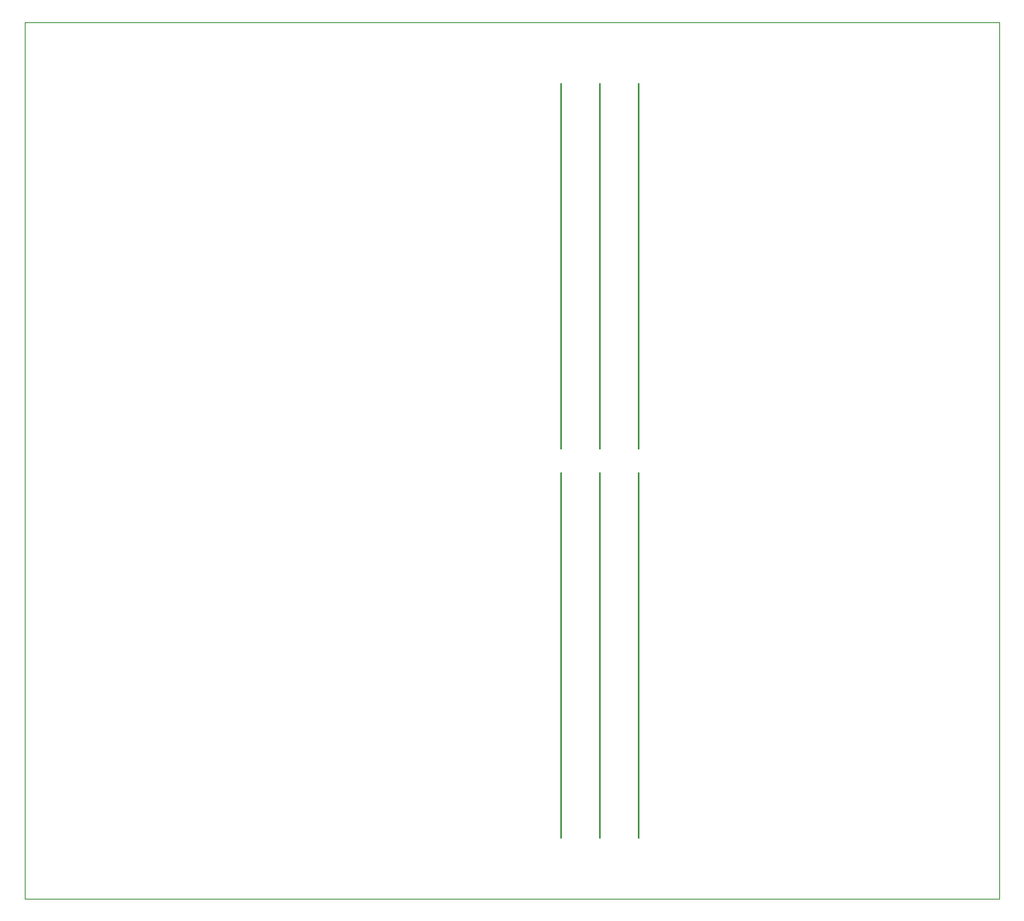
<source format=gm1>
G04 Layer_Color=16711935*
%FSLAX25Y25*%
%MOIN*%
G70*
G01*
G75*
%ADD21C,0.00394*%
%ADD37C,0.00787*%
D21*
X0Y-177165D02*
X393701D01*
X0D02*
Y177165D01*
X393701Y-177165D02*
Y177165D01*
X0D02*
X393701D01*
D37*
X232283Y-152559D02*
Y-4921D01*
X248031Y-152559D02*
Y-4921D01*
X216535Y-152559D02*
Y-4921D01*
Y4921D02*
Y152559D01*
X248031Y4921D02*
Y152559D01*
X232283Y4921D02*
Y152559D01*
M02*

</source>
